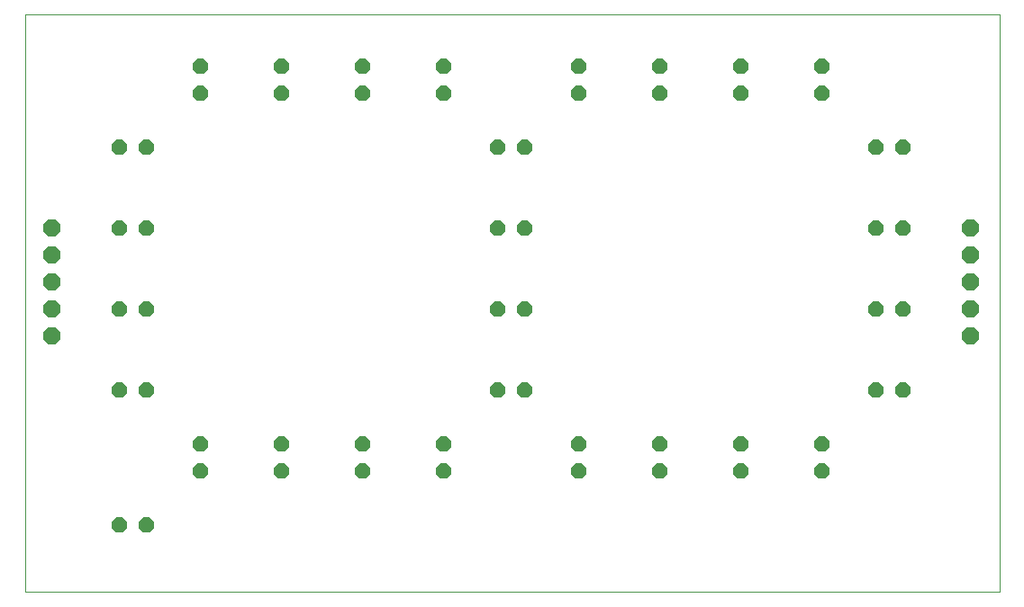
<source format=gbr>
%TF.GenerationSoftware,KiCad,Pcbnew,9.0.6*%
%TF.CreationDate,2025-12-15T20:52:38+09:00*%
%TF.ProjectId,__ __,1ca920c6-4c2e-46b6-9963-61645f706362,rev?*%
%TF.SameCoordinates,Original*%
%TF.FileFunction,Soldermask,Bot*%
%TF.FilePolarity,Negative*%
%FSLAX46Y46*%
G04 Gerber Fmt 4.6, Leading zero omitted, Abs format (unit mm)*
G04 Created by KiCad (PCBNEW 9.0.6) date 2025-12-15 20:52:38*
%MOMM*%
%LPD*%
G01*
G04 APERTURE LIST*
%ADD10C,0.100000*%
%ADD11C,0.000000*%
G04 APERTURE END LIST*
D10*
X330200Y330200D02*
X330200Y54676290D01*
X330200Y54676290D02*
X91948250Y54676290D01*
X91948250Y54676290D02*
X91948250Y330200D01*
X91948250Y330200D02*
X330200Y330200D01*
D11*
G36*
X9931390Y6974790D02*
G01*
X9931390Y6385620D01*
X9514790Y5969010D01*
X8925620Y5969010D01*
X8509010Y6385610D01*
X8509010Y6974780D01*
X8925610Y7391390D01*
X9514780Y7391390D01*
X9931390Y6974790D01*
G37*
G36*
X12471390Y6974790D02*
G01*
X12471390Y6385620D01*
X12054790Y5969010D01*
X11465620Y5969010D01*
X11049010Y6385610D01*
X11049010Y6974780D01*
X11465610Y7391390D01*
X12054780Y7391390D01*
X12471390Y6974790D01*
G37*
G36*
X17551390Y12054790D02*
G01*
X17551390Y11465620D01*
X17134790Y11049010D01*
X16545620Y11049010D01*
X16129010Y11465610D01*
X16129010Y12054780D01*
X16545610Y12471390D01*
X17134780Y12471390D01*
X17551390Y12054790D01*
G37*
G36*
X17551390Y14594790D02*
G01*
X17551390Y14005620D01*
X17134790Y13589010D01*
X16545620Y13589010D01*
X16129010Y14005610D01*
X16129010Y14594780D01*
X16545610Y15011390D01*
X17134780Y15011390D01*
X17551390Y14594790D01*
G37*
G36*
X25171390Y14594790D02*
G01*
X25171390Y14005620D01*
X24754790Y13589010D01*
X24165620Y13589010D01*
X23749010Y14005610D01*
X23749010Y14594780D01*
X24165610Y15011390D01*
X24754780Y15011390D01*
X25171390Y14594790D01*
G37*
G36*
X25171390Y12054790D02*
G01*
X25171390Y11465620D01*
X24754790Y11049010D01*
X24165620Y11049010D01*
X23749010Y11465610D01*
X23749010Y12054780D01*
X24165610Y12471390D01*
X24754780Y12471390D01*
X25171390Y12054790D01*
G37*
G36*
X32791390Y12054790D02*
G01*
X32791390Y11465620D01*
X32374790Y11049010D01*
X31785620Y11049010D01*
X31369010Y11465610D01*
X31369010Y12054780D01*
X31785610Y12471390D01*
X32374780Y12471390D01*
X32791390Y12054790D01*
G37*
G36*
X32791390Y14594790D02*
G01*
X32791390Y14005620D01*
X32374790Y13589010D01*
X31785620Y13589010D01*
X31369010Y14005610D01*
X31369010Y14594780D01*
X31785610Y15011390D01*
X32374780Y15011390D01*
X32791390Y14594790D01*
G37*
G36*
X40411390Y14594790D02*
G01*
X40411390Y14005620D01*
X39994790Y13589010D01*
X39405620Y13589010D01*
X38989010Y14005610D01*
X38989010Y14594780D01*
X39405610Y15011390D01*
X39994780Y15011390D01*
X40411390Y14594790D01*
G37*
G36*
X40411390Y12054790D02*
G01*
X40411390Y11465620D01*
X39994790Y11049010D01*
X39405620Y11049010D01*
X38989010Y11465610D01*
X38989010Y12054780D01*
X39405610Y12471390D01*
X39994780Y12471390D01*
X40411390Y12054790D01*
G37*
G36*
X53111390Y12054790D02*
G01*
X53111390Y11465620D01*
X52694790Y11049010D01*
X52105620Y11049010D01*
X51689010Y11465610D01*
X51689010Y12054780D01*
X52105610Y12471390D01*
X52694780Y12471390D01*
X53111390Y12054790D01*
G37*
G36*
X53111390Y14594790D02*
G01*
X53111390Y14005620D01*
X52694790Y13589010D01*
X52105620Y13589010D01*
X51689010Y14005610D01*
X51689010Y14594780D01*
X52105610Y15011390D01*
X52694780Y15011390D01*
X53111390Y14594790D01*
G37*
G36*
X48031390Y19674790D02*
G01*
X48031390Y19085620D01*
X47614790Y18669010D01*
X47025620Y18669010D01*
X46609010Y19085610D01*
X46609010Y19674780D01*
X47025610Y20091390D01*
X47614780Y20091390D01*
X48031390Y19674790D01*
G37*
G36*
X45491390Y19674790D02*
G01*
X45491390Y19085620D01*
X45074790Y18669010D01*
X44485620Y18669010D01*
X44069010Y19085610D01*
X44069010Y19674780D01*
X44485610Y20091390D01*
X45074780Y20091390D01*
X45491390Y19674790D01*
G37*
G36*
X45491390Y27294790D02*
G01*
X45491390Y26705620D01*
X45074790Y26289010D01*
X44485620Y26289010D01*
X44069010Y26705610D01*
X44069010Y27294780D01*
X44485610Y27711390D01*
X45074780Y27711390D01*
X45491390Y27294790D01*
G37*
G36*
X48031390Y27294790D02*
G01*
X48031390Y26705620D01*
X47614790Y26289010D01*
X47025620Y26289010D01*
X46609010Y26705610D01*
X46609010Y27294780D01*
X47025610Y27711390D01*
X47614780Y27711390D01*
X48031390Y27294790D01*
G37*
G36*
X48031390Y34914790D02*
G01*
X48031390Y34325620D01*
X47614790Y33909010D01*
X47025620Y33909010D01*
X46609010Y34325610D01*
X46609010Y34914780D01*
X47025610Y35331390D01*
X47614780Y35331390D01*
X48031390Y34914790D01*
G37*
G36*
X45491390Y34914790D02*
G01*
X45491390Y34325620D01*
X45074790Y33909010D01*
X44485620Y33909010D01*
X44069010Y34325610D01*
X44069010Y34914780D01*
X44485610Y35331390D01*
X45074780Y35331390D01*
X45491390Y34914790D01*
G37*
G36*
X45491390Y42534790D02*
G01*
X45491390Y41945620D01*
X45074790Y41529010D01*
X44485620Y41529010D01*
X44069010Y41945610D01*
X44069010Y42534780D01*
X44485610Y42951390D01*
X45074780Y42951390D01*
X45491390Y42534790D01*
G37*
G36*
X48031390Y42534790D02*
G01*
X48031390Y41945620D01*
X47614790Y41529010D01*
X47025620Y41529010D01*
X46609010Y41945610D01*
X46609010Y42534780D01*
X47025610Y42951390D01*
X47614780Y42951390D01*
X48031390Y42534790D01*
G37*
G36*
X53111390Y47614790D02*
G01*
X53111390Y47025620D01*
X52694790Y46609010D01*
X52105620Y46609010D01*
X51689010Y47025610D01*
X51689010Y47614780D01*
X52105610Y48031390D01*
X52694780Y48031390D01*
X53111390Y47614790D01*
G37*
G36*
X53111390Y50154790D02*
G01*
X53111390Y49565620D01*
X52694790Y49149010D01*
X52105620Y49149010D01*
X51689010Y49565610D01*
X51689010Y50154780D01*
X52105610Y50571390D01*
X52694780Y50571390D01*
X53111390Y50154790D01*
G37*
G36*
X60731390Y50154790D02*
G01*
X60731390Y49565620D01*
X60314790Y49149010D01*
X59725620Y49149010D01*
X59309010Y49565610D01*
X59309010Y50154780D01*
X59725610Y50571390D01*
X60314780Y50571390D01*
X60731390Y50154790D01*
G37*
G36*
X60731390Y47614790D02*
G01*
X60731390Y47025620D01*
X60314790Y46609010D01*
X59725620Y46609010D01*
X59309010Y47025610D01*
X59309010Y47614780D01*
X59725610Y48031390D01*
X60314780Y48031390D01*
X60731390Y47614790D01*
G37*
G36*
X68351390Y47614790D02*
G01*
X68351390Y47025620D01*
X67934790Y46609010D01*
X67345620Y46609010D01*
X66929010Y47025610D01*
X66929010Y47614780D01*
X67345610Y48031390D01*
X67934780Y48031390D01*
X68351390Y47614790D01*
G37*
G36*
X68351390Y50154790D02*
G01*
X68351390Y49565620D01*
X67934790Y49149010D01*
X67345620Y49149010D01*
X66929010Y49565610D01*
X66929010Y50154780D01*
X67345610Y50571390D01*
X67934780Y50571390D01*
X68351390Y50154790D01*
G37*
G36*
X75971390Y50154790D02*
G01*
X75971390Y49565620D01*
X75554790Y49149010D01*
X74965620Y49149010D01*
X74549010Y49565610D01*
X74549010Y50154780D01*
X74965610Y50571390D01*
X75554780Y50571390D01*
X75971390Y50154790D01*
G37*
G36*
X75971390Y47614790D02*
G01*
X75971390Y47025620D01*
X75554790Y46609010D01*
X74965620Y46609010D01*
X74549010Y47025610D01*
X74549010Y47614780D01*
X74965610Y48031390D01*
X75554780Y48031390D01*
X75971390Y47614790D01*
G37*
G36*
X81051390Y42534790D02*
G01*
X81051390Y41945620D01*
X80634790Y41529010D01*
X80045620Y41529010D01*
X79629010Y41945610D01*
X79629010Y42534780D01*
X80045610Y42951390D01*
X80634780Y42951390D01*
X81051390Y42534790D01*
G37*
G36*
X83591390Y42534790D02*
G01*
X83591390Y41945620D01*
X83174790Y41529010D01*
X82585620Y41529010D01*
X82169010Y41945610D01*
X82169010Y42534780D01*
X82585610Y42951390D01*
X83174780Y42951390D01*
X83591390Y42534790D01*
G37*
G36*
X83591390Y34914790D02*
G01*
X83591390Y34325620D01*
X83174790Y33909010D01*
X82585620Y33909010D01*
X82169010Y34325610D01*
X82169010Y34914780D01*
X82585610Y35331390D01*
X83174780Y35331390D01*
X83591390Y34914790D01*
G37*
G36*
X81051390Y34914790D02*
G01*
X81051390Y34325620D01*
X80634790Y33909010D01*
X80045620Y33909010D01*
X79629010Y34325610D01*
X79629010Y34914780D01*
X80045610Y35331390D01*
X80634780Y35331390D01*
X81051390Y34914790D01*
G37*
G36*
X81051390Y27294790D02*
G01*
X81051390Y26705620D01*
X80634790Y26289010D01*
X80045620Y26289010D01*
X79629010Y26705610D01*
X79629010Y27294780D01*
X80045610Y27711390D01*
X80634780Y27711390D01*
X81051390Y27294790D01*
G37*
G36*
X83591390Y27294790D02*
G01*
X83591390Y26705620D01*
X83174790Y26289010D01*
X82585620Y26289010D01*
X82169010Y26705610D01*
X82169010Y27294780D01*
X82585610Y27711390D01*
X83174780Y27711390D01*
X83591390Y27294790D01*
G37*
G36*
X83591390Y19674790D02*
G01*
X83591390Y19085620D01*
X83174790Y18669010D01*
X82585620Y18669010D01*
X82169010Y19085610D01*
X82169010Y19674780D01*
X82585610Y20091390D01*
X83174780Y20091390D01*
X83591390Y19674790D01*
G37*
G36*
X81051390Y19674790D02*
G01*
X81051390Y19085620D01*
X80634790Y18669010D01*
X80045620Y18669010D01*
X79629010Y19085610D01*
X79629010Y19674780D01*
X80045610Y20091390D01*
X80634780Y20091390D01*
X81051390Y19674790D01*
G37*
G36*
X75971390Y14594790D02*
G01*
X75971390Y14005620D01*
X75554790Y13589010D01*
X74965620Y13589010D01*
X74549010Y14005610D01*
X74549010Y14594780D01*
X74965610Y15011390D01*
X75554780Y15011390D01*
X75971390Y14594790D01*
G37*
G36*
X75971390Y12054790D02*
G01*
X75971390Y11465620D01*
X75554790Y11049010D01*
X74965620Y11049010D01*
X74549010Y11465610D01*
X74549010Y12054780D01*
X74965610Y12471390D01*
X75554780Y12471390D01*
X75971390Y12054790D01*
G37*
G36*
X68351390Y12054790D02*
G01*
X68351390Y11465620D01*
X67934790Y11049010D01*
X67345620Y11049010D01*
X66929010Y11465610D01*
X66929010Y12054780D01*
X67345610Y12471390D01*
X67934780Y12471390D01*
X68351390Y12054790D01*
G37*
G36*
X68351390Y14594790D02*
G01*
X68351390Y14005620D01*
X67934790Y13589010D01*
X67345620Y13589010D01*
X66929010Y14005610D01*
X66929010Y14594780D01*
X67345610Y15011390D01*
X67934780Y15011390D01*
X68351390Y14594790D01*
G37*
G36*
X60731390Y14594790D02*
G01*
X60731390Y14005620D01*
X60314790Y13589010D01*
X59725620Y13589010D01*
X59309010Y14005610D01*
X59309010Y14594780D01*
X59725610Y15011390D01*
X60314780Y15011390D01*
X60731390Y14594790D01*
G37*
G36*
X60731390Y12054790D02*
G01*
X60731390Y11465620D01*
X60314790Y11049010D01*
X59725620Y11049010D01*
X59309010Y11465610D01*
X59309010Y12054780D01*
X59725610Y12471390D01*
X60314780Y12471390D01*
X60731390Y12054790D01*
G37*
G36*
X12471390Y19674790D02*
G01*
X12471390Y19085620D01*
X12054790Y18669010D01*
X11465620Y18669010D01*
X11049010Y19085610D01*
X11049010Y19674780D01*
X11465610Y20091390D01*
X12054780Y20091390D01*
X12471390Y19674790D01*
G37*
G36*
X9931390Y19674790D02*
G01*
X9931390Y19085620D01*
X9514790Y18669010D01*
X8925620Y18669010D01*
X8509010Y19085610D01*
X8509010Y19674780D01*
X8925610Y20091390D01*
X9514780Y20091390D01*
X9931390Y19674790D01*
G37*
G36*
X9931390Y27294790D02*
G01*
X9931390Y26705620D01*
X9514790Y26289010D01*
X8925620Y26289010D01*
X8509010Y26705610D01*
X8509010Y27294780D01*
X8925610Y27711390D01*
X9514780Y27711390D01*
X9931390Y27294790D01*
G37*
G36*
X12471390Y27294790D02*
G01*
X12471390Y26705620D01*
X12054790Y26289010D01*
X11465620Y26289010D01*
X11049010Y26705610D01*
X11049010Y27294780D01*
X11465610Y27711390D01*
X12054780Y27711390D01*
X12471390Y27294790D01*
G37*
G36*
X12471390Y34914790D02*
G01*
X12471390Y34325620D01*
X12054790Y33909010D01*
X11465620Y33909010D01*
X11049010Y34325610D01*
X11049010Y34914780D01*
X11465610Y35331390D01*
X12054780Y35331390D01*
X12471390Y34914790D01*
G37*
G36*
X9931390Y34914790D02*
G01*
X9931390Y34325620D01*
X9514790Y33909010D01*
X8925620Y33909010D01*
X8509010Y34325610D01*
X8509010Y34914780D01*
X8925610Y35331390D01*
X9514780Y35331390D01*
X9931390Y34914790D01*
G37*
G36*
X9931390Y42534790D02*
G01*
X9931390Y41945620D01*
X9514790Y41529010D01*
X8925620Y41529010D01*
X8509010Y41945610D01*
X8509010Y42534780D01*
X8925610Y42951390D01*
X9514780Y42951390D01*
X9931390Y42534790D01*
G37*
G36*
X12471390Y42534790D02*
G01*
X12471390Y41945620D01*
X12054790Y41529010D01*
X11465620Y41529010D01*
X11049010Y41945610D01*
X11049010Y42534780D01*
X11465610Y42951390D01*
X12054780Y42951390D01*
X12471390Y42534790D01*
G37*
G36*
X17551390Y47614790D02*
G01*
X17551390Y47025620D01*
X17134790Y46609010D01*
X16545620Y46609010D01*
X16129010Y47025610D01*
X16129010Y47614780D01*
X16545610Y48031390D01*
X17134780Y48031390D01*
X17551390Y47614790D01*
G37*
G36*
X17551390Y50154790D02*
G01*
X17551390Y49565620D01*
X17134790Y49149010D01*
X16545620Y49149010D01*
X16129010Y49565610D01*
X16129010Y50154780D01*
X16545610Y50571390D01*
X17134780Y50571390D01*
X17551390Y50154790D01*
G37*
G36*
X25171390Y50154790D02*
G01*
X25171390Y49565620D01*
X24754790Y49149010D01*
X24165620Y49149010D01*
X23749010Y49565610D01*
X23749010Y50154780D01*
X24165610Y50571390D01*
X24754780Y50571390D01*
X25171390Y50154790D01*
G37*
G36*
X25171390Y47614790D02*
G01*
X25171390Y47025620D01*
X24754790Y46609010D01*
X24165620Y46609010D01*
X23749010Y47025610D01*
X23749010Y47614780D01*
X24165610Y48031390D01*
X24754780Y48031390D01*
X25171390Y47614790D01*
G37*
G36*
X32791390Y47614790D02*
G01*
X32791390Y47025620D01*
X32374790Y46609010D01*
X31785620Y46609010D01*
X31369010Y47025610D01*
X31369010Y47614780D01*
X31785610Y48031390D01*
X32374780Y48031390D01*
X32791390Y47614790D01*
G37*
G36*
X32791390Y50154790D02*
G01*
X32791390Y49565620D01*
X32374790Y49149010D01*
X31785620Y49149010D01*
X31369010Y49565610D01*
X31369010Y50154780D01*
X31785610Y50571390D01*
X32374780Y50571390D01*
X32791390Y50154790D01*
G37*
G36*
X40411390Y50154790D02*
G01*
X40411390Y49565620D01*
X39994790Y49149010D01*
X39405620Y49149010D01*
X38989010Y49565610D01*
X38989010Y50154780D01*
X39405610Y50571390D01*
X39994780Y50571390D01*
X40411390Y50154790D01*
G37*
G36*
X40411390Y47614790D02*
G01*
X40411390Y47025620D01*
X39994790Y46609010D01*
X39405620Y46609010D01*
X38989010Y47025610D01*
X38989010Y47614780D01*
X39405610Y48031390D01*
X39994780Y48031390D01*
X40411390Y47614790D01*
G37*
G36*
X3682990Y34956870D02*
G01*
X3682990Y34283530D01*
X3206870Y33807410D01*
X2533530Y33807410D01*
X2057410Y34283530D01*
X2057410Y34956870D01*
X2533530Y35432990D01*
X3206870Y35432990D01*
X3682990Y34956870D01*
G37*
G36*
X3682990Y32416870D02*
G01*
X3682990Y31743530D01*
X3206870Y31267410D01*
X2533530Y31267410D01*
X2057410Y31743530D01*
X2057410Y32416870D01*
X2533530Y32892990D01*
X3206870Y32892990D01*
X3682990Y32416870D01*
G37*
G36*
X3682990Y29876870D02*
G01*
X3682990Y29203530D01*
X3206870Y28727410D01*
X2533530Y28727410D01*
X2057410Y29203530D01*
X2057410Y29876870D01*
X2533530Y30352990D01*
X3206870Y30352990D01*
X3682990Y29876870D01*
G37*
G36*
X3682990Y27336870D02*
G01*
X3682990Y26663530D01*
X3206870Y26187410D01*
X2533530Y26187410D01*
X2057410Y26663530D01*
X2057410Y27336870D01*
X2533530Y27812990D01*
X3206870Y27812990D01*
X3682990Y27336870D01*
G37*
G36*
X3682990Y24796870D02*
G01*
X3682990Y24123530D01*
X3206870Y23647410D01*
X2533530Y23647410D01*
X2057410Y24123530D01*
X2057410Y24796870D01*
X2533530Y25272990D01*
X3206870Y25272990D01*
X3682990Y24796870D01*
G37*
G36*
X90042990Y24796870D02*
G01*
X90042990Y24123530D01*
X89566870Y23647410D01*
X88893530Y23647410D01*
X88417410Y24123530D01*
X88417410Y24796870D01*
X88893530Y25272990D01*
X89566870Y25272990D01*
X90042990Y24796870D01*
G37*
G36*
X90042990Y27336870D02*
G01*
X90042990Y26663530D01*
X89566870Y26187410D01*
X88893530Y26187410D01*
X88417410Y26663530D01*
X88417410Y27336870D01*
X88893530Y27812990D01*
X89566870Y27812990D01*
X90042990Y27336870D01*
G37*
G36*
X90042990Y29876870D02*
G01*
X90042990Y29203530D01*
X89566870Y28727410D01*
X88893530Y28727410D01*
X88417410Y29203530D01*
X88417410Y29876870D01*
X88893530Y30352990D01*
X89566870Y30352990D01*
X90042990Y29876870D01*
G37*
G36*
X90042990Y32416870D02*
G01*
X90042990Y31743530D01*
X89566870Y31267410D01*
X88893530Y31267410D01*
X88417410Y31743530D01*
X88417410Y32416870D01*
X88893530Y32892990D01*
X89566870Y32892990D01*
X90042990Y32416870D01*
G37*
G36*
X90042990Y34956870D02*
G01*
X90042990Y34283530D01*
X89566870Y33807410D01*
X88893530Y33807410D01*
X88417410Y34283530D01*
X88417410Y34956870D01*
X88893530Y35432990D01*
X89566870Y35432990D01*
X90042990Y34956870D01*
G37*
M02*

</source>
